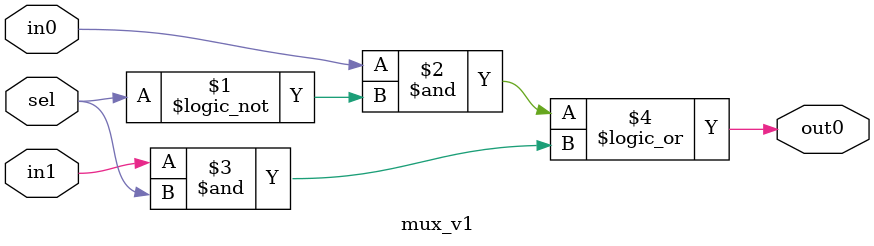
<source format=v>
module mux_v1(input wire in0,
				  input wire in1,
				  input wire sel,
				  output wire out0
				  );
assign out0 = (in0 & !sel) || (in1 & sel);
endmodule // mux_v1
</source>
